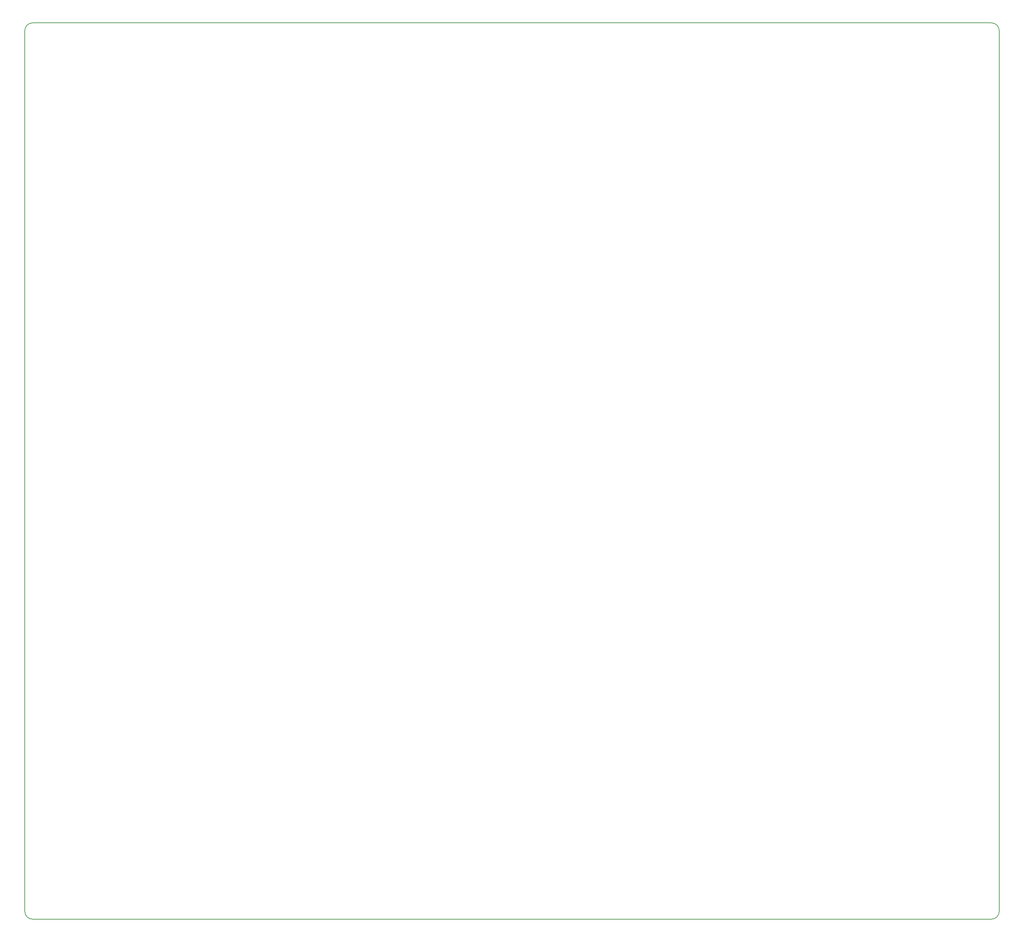
<source format=gko>
%FSLAX25Y25*%
%MOIN*%
G70*
G01*
G75*
G04 Layer_Color=16711935*
%ADD10R,0.04724X0.13386*%
%ADD11R,0.03543X0.02362*%
%ADD12R,0.02362X0.03543*%
%ADD13R,0.05315X0.01772*%
%ADD14R,0.06693X0.07874*%
%ADD15R,0.11024X0.04921*%
%ADD16R,0.01378X0.02165*%
%ADD17R,0.09252X0.20079*%
%ADD18R,0.06693X0.09843*%
%ADD19R,0.03543X0.07087*%
%ADD20R,0.07087X0.03543*%
%ADD21R,0.15354X0.24410*%
%ADD22R,0.12992X0.17323*%
%ADD23R,0.07087X0.15354*%
%ADD24R,0.05118X0.21654*%
%ADD25C,0.00100*%
%ADD26C,0.00591*%
%ADD27C,0.01772*%
%ADD28R,0.03740X0.03150*%
%ADD29C,0.07874*%
%ADD30O,0.15748X0.29134*%
%ADD31C,0.15748*%
%ADD32C,0.23622*%
%ADD33C,0.00984*%
%ADD34C,0.00787*%
%ADD35R,0.10630X0.04528*%
%ADD36R,0.00984X0.01772*%
%ADD37R,0.05118X0.13780*%
%ADD38R,0.03937X0.02756*%
%ADD39R,0.02756X0.03937*%
%ADD40R,0.05709X0.02165*%
%ADD41R,0.07087X0.08268*%
%ADD42R,0.11417X0.05315*%
%ADD43R,0.01772X0.02559*%
%ADD44R,0.09646X0.20472*%
%ADD45R,0.07087X0.10236*%
%ADD46R,0.03937X0.07480*%
%ADD47R,0.07480X0.03937*%
%ADD48R,0.15748X0.24803*%
%ADD49R,0.13386X0.17716*%
%ADD50R,0.07480X0.15748*%
%ADD51R,0.05512X0.22047*%
%ADD52C,0.08268*%
%ADD53O,0.16142X0.29528*%
%ADD54C,0.16142*%
%ADD55C,0.24016*%
D34*
X-484252Y452756D02*
G03*
X-492126Y444882I0J-7874D01*
G01*
Y-444882D02*
G03*
X-484252Y-452756I7874J0D01*
G01*
X484252D02*
G03*
X492126Y-444882I0J7874D01*
G01*
Y444882D02*
G03*
X484252Y452756I-7874J0D01*
G01*
X-492126Y-444882D02*
Y444882D01*
X-484252Y-452756D02*
X433071D01*
X484252D01*
X492126Y-444882D02*
Y444882D01*
X-484252Y452756D02*
X484252D01*
M02*

</source>
